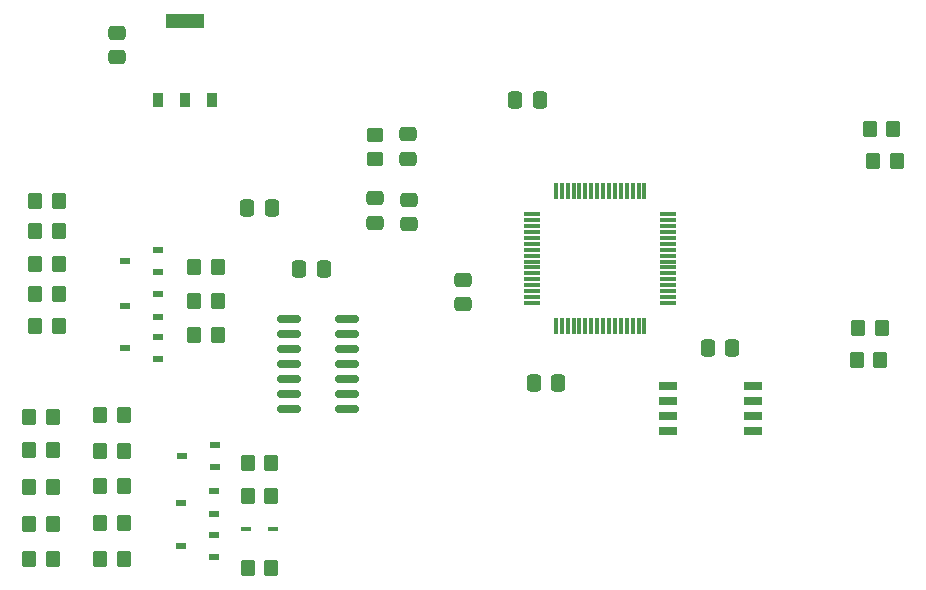
<source format=gbr>
%TF.GenerationSoftware,KiCad,Pcbnew,8.0.8*%
%TF.CreationDate,2025-02-19T22:11:45+00:00*%
%TF.ProjectId,Gotek,476f7465-6b2e-46b6-9963-61645f706362,rev?*%
%TF.SameCoordinates,Original*%
%TF.FileFunction,Paste,Top*%
%TF.FilePolarity,Positive*%
%FSLAX46Y46*%
G04 Gerber Fmt 4.6, Leading zero omitted, Abs format (unit mm)*
G04 Created by KiCad (PCBNEW 8.0.8) date 2025-02-19 22:11:45*
%MOMM*%
%LPD*%
G01*
G04 APERTURE LIST*
G04 Aperture macros list*
%AMRoundRect*
0 Rectangle with rounded corners*
0 $1 Rounding radius*
0 $2 $3 $4 $5 $6 $7 $8 $9 X,Y pos of 4 corners*
0 Add a 4 corners polygon primitive as box body*
4,1,4,$2,$3,$4,$5,$6,$7,$8,$9,$2,$3,0*
0 Add four circle primitives for the rounded corners*
1,1,$1+$1,$2,$3*
1,1,$1+$1,$4,$5*
1,1,$1+$1,$6,$7*
1,1,$1+$1,$8,$9*
0 Add four rect primitives between the rounded corners*
20,1,$1+$1,$2,$3,$4,$5,0*
20,1,$1+$1,$4,$5,$6,$7,0*
20,1,$1+$1,$6,$7,$8,$9,0*
20,1,$1+$1,$8,$9,$2,$3,0*%
G04 Aperture macros list end*
%ADD10RoundRect,0.250000X-0.350000X-0.450000X0.350000X-0.450000X0.350000X0.450000X-0.350000X0.450000X0*%
%ADD11RoundRect,0.250000X-0.475000X0.337500X-0.475000X-0.337500X0.475000X-0.337500X0.475000X0.337500X0*%
%ADD12R,0.900000X0.600000*%
%ADD13RoundRect,0.250000X-0.337500X-0.475000X0.337500X-0.475000X0.337500X0.475000X-0.337500X0.475000X0*%
%ADD14R,1.650000X0.700000*%
%ADD15R,0.820000X0.420000*%
%ADD16R,1.475000X0.300000*%
%ADD17R,0.300000X1.475000*%
%ADD18RoundRect,0.250000X0.337500X0.475000X-0.337500X0.475000X-0.337500X-0.475000X0.337500X-0.475000X0*%
%ADD19RoundRect,0.250000X-0.450000X0.350000X-0.450000X-0.350000X0.450000X-0.350000X0.450000X0.350000X0*%
%ADD20R,0.950000X1.300000*%
%ADD21R,3.250000X1.300000*%
%ADD22RoundRect,0.250000X0.350000X0.450000X-0.350000X0.450000X-0.350000X-0.450000X0.350000X-0.450000X0*%
%ADD23RoundRect,0.150000X-0.825000X-0.150000X0.825000X-0.150000X0.825000X0.150000X-0.825000X0.150000X0*%
G04 APERTURE END LIST*
D10*
%TO.C,PU5*%
X118000000Y-91398725D03*
X120000000Y-91398725D03*
%TD*%
D11*
%TO.C,C4*%
X147307300Y-72877225D03*
X147307300Y-74952225D03*
%TD*%
D10*
%TO.C,R20*%
X189160275Y-67027425D03*
X191160275Y-67027425D03*
%TD*%
D12*
%TO.C,Q5*%
X133680025Y-99616300D03*
X133680025Y-97716300D03*
X130880025Y-98666300D03*
%TD*%
D10*
%TO.C,RN4*%
X136500000Y-104171750D03*
X138500000Y-104171750D03*
%TD*%
D12*
%TO.C,Q6*%
X133702250Y-95685650D03*
X133702250Y-93785650D03*
X130902250Y-94735650D03*
%TD*%
D13*
%TO.C,C20*%
X140878650Y-78882875D03*
X142953650Y-78882875D03*
%TD*%
D10*
%TO.C,PU12*%
X118000000Y-103397050D03*
X120000000Y-103397050D03*
%TD*%
D13*
%TO.C,C6*%
X159165925Y-64573150D03*
X161240925Y-64573150D03*
%TD*%
D10*
%TO.C,PU13*%
X124000000Y-103431975D03*
X126000000Y-103431975D03*
%TD*%
%TO.C,PU2*%
X118500000Y-78432025D03*
X120500000Y-78432025D03*
%TD*%
%TO.C,PU11*%
X118000000Y-100466525D03*
X120000000Y-100466525D03*
%TD*%
D12*
%TO.C,Q3*%
X128901650Y-86500375D03*
X128901650Y-84600375D03*
X126101650Y-85550375D03*
%TD*%
D10*
%TO.C,PU9*%
X118000000Y-97326450D03*
X120000000Y-97326450D03*
%TD*%
D12*
%TO.C,Q4*%
X133616525Y-103286600D03*
X133616525Y-101386600D03*
X130816525Y-102336600D03*
%TD*%
D10*
%TO.C,RN2*%
X132000000Y-81600675D03*
X134000000Y-81600675D03*
%TD*%
%TO.C,PU8*%
X124000000Y-97221675D03*
X126000000Y-97221675D03*
%TD*%
D13*
%TO.C,C18*%
X136468575Y-73745725D03*
X138543575Y-73745725D03*
%TD*%
D11*
%TO.C,C5*%
X150152100Y-73022550D03*
X150152100Y-75097550D03*
%TD*%
D14*
%TO.C,U8*%
X172063225Y-88788875D03*
X172063225Y-90058875D03*
X172063225Y-91328875D03*
X172063225Y-92598875D03*
X179263225Y-92598875D03*
X179263225Y-91328875D03*
X179263225Y-90058875D03*
X179263225Y-88788875D03*
%TD*%
D10*
%TO.C,RN1*%
X132000000Y-78705075D03*
X134000000Y-78705075D03*
%TD*%
D12*
%TO.C,Q2*%
X128901650Y-82938025D03*
X128901650Y-81038025D03*
X126101650Y-81988025D03*
%TD*%
D15*
%TO.C,DID1*%
X138650000Y-100933250D03*
X136350000Y-100933250D03*
%TD*%
D10*
%TO.C,RN3*%
X132000000Y-84461350D03*
X134000000Y-84461350D03*
%TD*%
%TO.C,RN5*%
X136500000Y-98142425D03*
X138500000Y-98142425D03*
%TD*%
D11*
%TO.C,C3*%
X150040975Y-67494875D03*
X150040975Y-69569875D03*
%TD*%
D16*
%TO.C,U3*%
X160606600Y-74250225D03*
X160606600Y-74750225D03*
X160606600Y-75250225D03*
X160606600Y-75750225D03*
X160606600Y-76250225D03*
X160606600Y-76750225D03*
X160606600Y-77250225D03*
X160606600Y-77750225D03*
X160606600Y-78250225D03*
X160606600Y-78750225D03*
X160606600Y-79250225D03*
X160606600Y-79750225D03*
X160606600Y-80250225D03*
X160606600Y-80750225D03*
X160606600Y-81250225D03*
X160606600Y-81750225D03*
D17*
X162594600Y-83738225D03*
X163094600Y-83738225D03*
X163594600Y-83738225D03*
X164094600Y-83738225D03*
X164594600Y-83738225D03*
X165094600Y-83738225D03*
X165594600Y-83738225D03*
X166094600Y-83738225D03*
X166594600Y-83738225D03*
X167094600Y-83738225D03*
X167594600Y-83738225D03*
X168094600Y-83738225D03*
X168594600Y-83738225D03*
X169094600Y-83738225D03*
X169594600Y-83738225D03*
X170094600Y-83738225D03*
D16*
X172082600Y-81750225D03*
X172082600Y-81250225D03*
X172082600Y-80750225D03*
X172082600Y-80250225D03*
X172082600Y-79750225D03*
X172082600Y-79250225D03*
X172082600Y-78750225D03*
X172082600Y-78250225D03*
X172082600Y-77750225D03*
X172082600Y-77250225D03*
X172082600Y-76750225D03*
X172082600Y-76250225D03*
X172082600Y-75750225D03*
X172082600Y-75250225D03*
X172082600Y-74750225D03*
X172082600Y-74250225D03*
D17*
X170094600Y-72262225D03*
X169594600Y-72262225D03*
X169094600Y-72262225D03*
X168594600Y-72262225D03*
X168094600Y-72262225D03*
X167594600Y-72262225D03*
X167094600Y-72262225D03*
X166594600Y-72262225D03*
X166094600Y-72262225D03*
X165594600Y-72262225D03*
X165094600Y-72262225D03*
X164594600Y-72262225D03*
X164094600Y-72262225D03*
X163594600Y-72262225D03*
X163094600Y-72262225D03*
X162594600Y-72262225D03*
%TD*%
D10*
%TO.C,PU1*%
X118500000Y-75638025D03*
X120500000Y-75638025D03*
%TD*%
D11*
%TO.C,C23*%
X125409325Y-58862050D03*
X125409325Y-60937050D03*
%TD*%
D10*
%TO.C,PU6*%
X124000000Y-94322900D03*
X126000000Y-94322900D03*
%TD*%
%TO.C,RN6*%
X136500000Y-95294450D03*
X138500000Y-95294450D03*
%TD*%
%TO.C,R2*%
X188061725Y-86620350D03*
X190061725Y-86620350D03*
%TD*%
D18*
%TO.C,C8*%
X162797400Y-88576150D03*
X160722400Y-88576150D03*
%TD*%
D19*
%TO.C,R10*%
X147250150Y-67532375D03*
X147250150Y-69532375D03*
%TD*%
D20*
%TO.C,U4*%
X128939925Y-64617600D03*
X131229925Y-64617600D03*
X133519925Y-64617600D03*
D21*
X131229925Y-57917600D03*
%TD*%
D10*
%TO.C,PU10*%
X124000000Y-100396675D03*
X126000000Y-100396675D03*
%TD*%
D22*
%TO.C,R13*%
X120500000Y-73091675D03*
X118500000Y-73091675D03*
%TD*%
D12*
%TO.C,Q1*%
X128920700Y-79137550D03*
X128920700Y-77237550D03*
X126120700Y-78187550D03*
%TD*%
D10*
%TO.C,PU14*%
X118500000Y-83734275D03*
X120500000Y-83734275D03*
%TD*%
D23*
%TO.C,U1*%
X139984075Y-83127850D03*
X139984075Y-84397850D03*
X139984075Y-85667850D03*
X139984075Y-86937850D03*
X139984075Y-88207850D03*
X139984075Y-89477850D03*
X139984075Y-90747850D03*
X144934075Y-90747850D03*
X144934075Y-89477850D03*
X144934075Y-88207850D03*
X144934075Y-86937850D03*
X144934075Y-85667850D03*
X144934075Y-84397850D03*
X144934075Y-83127850D03*
%TD*%
D10*
%TO.C,R1*%
X188169550Y-83883500D03*
X190169550Y-83883500D03*
%TD*%
%TO.C,R21*%
X189477775Y-69757925D03*
X191477775Y-69757925D03*
%TD*%
D11*
%TO.C,C9*%
X154774900Y-79794825D03*
X154774900Y-81869825D03*
%TD*%
D10*
%TO.C,PU4*%
X124000000Y-91287600D03*
X126000000Y-91287600D03*
%TD*%
%TO.C,PU3*%
X118500000Y-80978375D03*
X120500000Y-80978375D03*
%TD*%
%TO.C,PU7*%
X118000000Y-94246700D03*
X120000000Y-94246700D03*
%TD*%
D13*
%TO.C,C16*%
X175463925Y-85613875D03*
X177538925Y-85613875D03*
%TD*%
M02*

</source>
